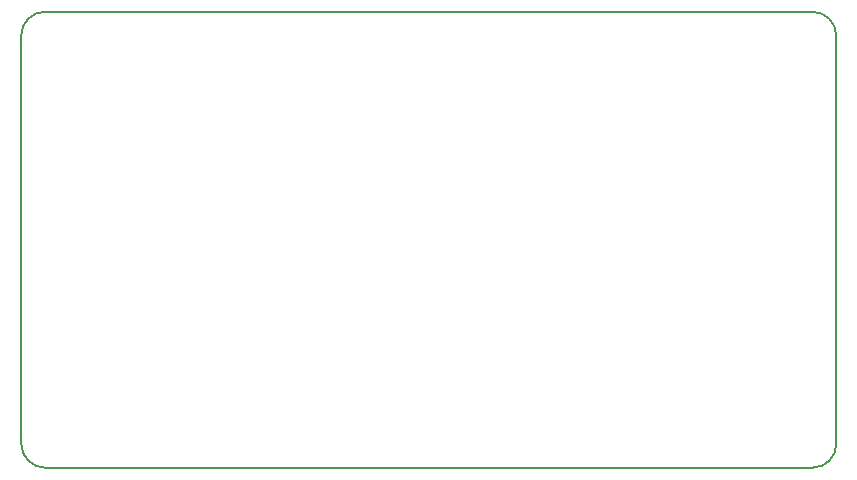
<source format=gbr>
G04 #@! TF.FileFunction,Profile,NP*
%FSLAX46Y46*%
G04 Gerber Fmt 4.6, Leading zero omitted, Abs format (unit mm)*
G04 Created by KiCad (PCBNEW 4.0.6-e0-6349~53~ubuntu14.04.1) date Tue Apr 25 14:13:02 2017*
%MOMM*%
%LPD*%
G01*
G04 APERTURE LIST*
%ADD10C,0.100000*%
%ADD11C,0.150000*%
G04 APERTURE END LIST*
D10*
D11*
X172000000Y-70000000D02*
G75*
G03X170000000Y-68000000I-2000000J0D01*
G01*
X170000000Y-106600000D02*
G75*
G03X172000000Y-104600000I0J2000000D01*
G01*
X172000000Y-70000000D02*
X172000000Y-104600000D01*
X170000000Y-106600000D02*
X105000000Y-106600000D01*
X103000000Y-70000000D02*
X103000000Y-104600000D01*
X103000000Y-104600000D02*
G75*
G03X105000000Y-106600000I2000000J0D01*
G01*
X105000000Y-68000000D02*
G75*
G03X103000000Y-70000000I0J-2000000D01*
G01*
X170000000Y-68000000D02*
X105000000Y-68000000D01*
M02*

</source>
